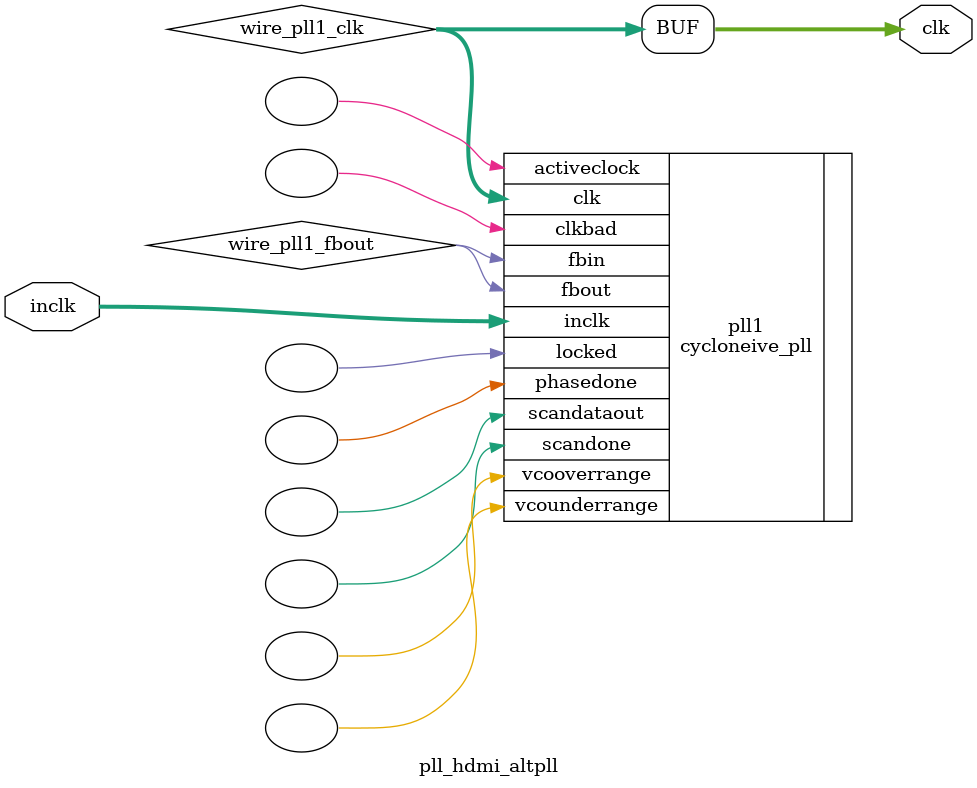
<source format=v>






//synthesis_resources = cycloneive_pll 1 
//synopsys translate_off
`timescale 1 ps / 1 ps
//synopsys translate_on
module  pll_hdmi_altpll
	( 
	clk,
	inclk) /* synthesis synthesis_clearbox=1 */;
	output   [4:0]  clk;
	input   [1:0]  inclk;
`ifndef ALTERA_RESERVED_QIS
// synopsys translate_off
`endif
	tri0   [1:0]  inclk;
`ifndef ALTERA_RESERVED_QIS
// synopsys translate_on
`endif

	wire  [4:0]   wire_pll1_clk;
	wire  wire_pll1_fbout;

	cycloneive_pll   pll1
	( 
	.activeclock(),
	.clk(wire_pll1_clk),
	.clkbad(),
	.fbin(wire_pll1_fbout),
	.fbout(wire_pll1_fbout),
	.inclk(inclk),
	.locked(),
	.phasedone(),
	.scandataout(),
	.scandone(),
	.vcooverrange(),
	.vcounderrange()
	`ifndef FORMAL_VERIFICATION
	// synopsys translate_off
	`endif
	,
	.areset(1'b0),
	.clkswitch(1'b0),
	.configupdate(1'b0),
	.pfdena(1'b1),
	.phasecounterselect({3{1'b0}}),
	.phasestep(1'b0),
	.phaseupdown(1'b0),
	.scanclk(1'b0),
	.scanclkena(1'b1),
	.scandata(1'b0)
	`ifndef FORMAL_VERIFICATION
	// synopsys translate_on
	`endif
	);
	defparam
		pll1.bandwidth_type = "auto",
		pll1.clk0_divide_by = 200,
		pll1.clk0_duty_cycle = 50,
		pll1.clk0_multiply_by = 297,
		pll1.clk0_phase_shift = "0",
		pll1.clk1_divide_by = 40,
		pll1.clk1_duty_cycle = 50,
		pll1.clk1_multiply_by = 297,
		pll1.clk1_phase_shift = "0",
		pll1.compensate_clock = "clk0",
		pll1.inclk0_input_frequency = 20000,
		pll1.operation_mode = "normal",
		pll1.pll_type = "auto",
		pll1.lpm_type = "cycloneive_pll";
	assign
		clk = {wire_pll1_clk[4:0]};
endmodule //pll_hdmi_altpll
//VALID FILE

</source>
